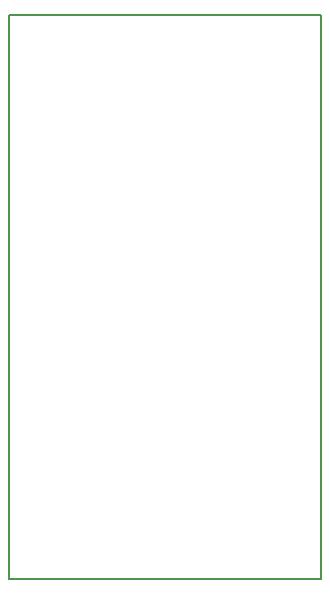
<source format=gbr>
%TF.GenerationSoftware,KiCad,Pcbnew,5.1.0*%
%TF.CreationDate,2019-06-23T04:01:33+08:00*%
%TF.ProjectId,stm32_fxp6,73746d33-325f-4667-9870-362e6b696361,rev?*%
%TF.SameCoordinates,Original*%
%TF.FileFunction,Profile,NP*%
%FSLAX46Y46*%
G04 Gerber Fmt 4.6, Leading zero omitted, Abs format (unit mm)*
G04 Created by KiCad (PCBNEW 5.1.0) date 2019-06-23 04:01:33*
%MOMM*%
%LPD*%
G04 APERTURE LIST*
%ADD10C,0.200000*%
G04 APERTURE END LIST*
D10*
X65024000Y-75311000D02*
X65024000Y-27559000D01*
X91440000Y-75311000D02*
X65024000Y-75311000D01*
X91440000Y-27559000D02*
X91440000Y-75311000D01*
X65024000Y-27559000D02*
X91440000Y-27559000D01*
M02*

</source>
